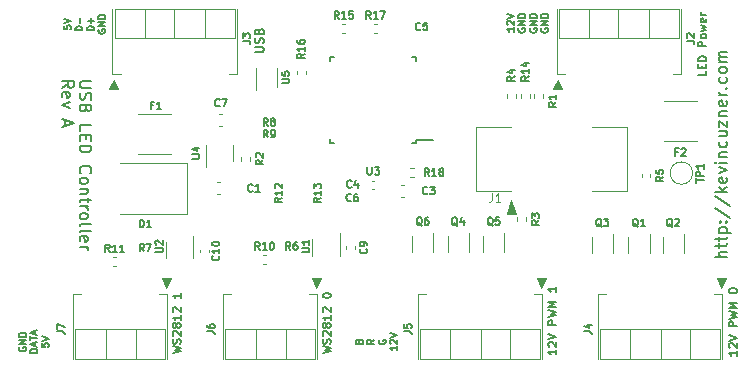
<source format=gbr>
%TF.GenerationSoftware,KiCad,Pcbnew,(6.0.6)*%
%TF.CreationDate,2022-08-13T21:50:17-05:00*%
%TF.ProjectId,usb-led-controller,7573622d-6c65-4642-9d63-6f6e74726f6c,rev?*%
%TF.SameCoordinates,Original*%
%TF.FileFunction,Legend,Top*%
%TF.FilePolarity,Positive*%
%FSLAX46Y46*%
G04 Gerber Fmt 4.6, Leading zero omitted, Abs format (unit mm)*
G04 Created by KiCad (PCBNEW (6.0.6)) date 2022-08-13 21:50:17*
%MOMM*%
%LPD*%
G01*
G04 APERTURE LIST*
%ADD10C,0.150000*%
%ADD11C,0.125000*%
%ADD12C,0.120000*%
%ADD13C,0.100000*%
G04 APERTURE END LIST*
D10*
X161808142Y-128357142D02*
X161836714Y-128271428D01*
X161865285Y-128242857D01*
X161922428Y-128214285D01*
X162008142Y-128214285D01*
X162065285Y-128242857D01*
X162093857Y-128271428D01*
X162122428Y-128328571D01*
X162122428Y-128557142D01*
X161522428Y-128557142D01*
X161522428Y-128357142D01*
X161551000Y-128300000D01*
X161579571Y-128271428D01*
X161636714Y-128242857D01*
X161693857Y-128242857D01*
X161751000Y-128271428D01*
X161779571Y-128300000D01*
X161808142Y-128357142D01*
X161808142Y-128557142D01*
X163088428Y-128214285D02*
X162802714Y-128414285D01*
X163088428Y-128557142D02*
X162488428Y-128557142D01*
X162488428Y-128328571D01*
X162517000Y-128271428D01*
X162545571Y-128242857D01*
X162602714Y-128214285D01*
X162688428Y-128214285D01*
X162745571Y-128242857D01*
X162774142Y-128271428D01*
X162802714Y-128328571D01*
X162802714Y-128557142D01*
X163483000Y-128242857D02*
X163454428Y-128300000D01*
X163454428Y-128385714D01*
X163483000Y-128471428D01*
X163540142Y-128528571D01*
X163597285Y-128557142D01*
X163711571Y-128585714D01*
X163797285Y-128585714D01*
X163911571Y-128557142D01*
X163968714Y-128528571D01*
X164025857Y-128471428D01*
X164054428Y-128385714D01*
X164054428Y-128328571D01*
X164025857Y-128242857D01*
X163997285Y-128214285D01*
X163797285Y-128214285D01*
X163797285Y-128328571D01*
X165020428Y-128771428D02*
X165020428Y-129114285D01*
X165020428Y-128942857D02*
X164420428Y-128942857D01*
X164506142Y-129000000D01*
X164563285Y-129057142D01*
X164591857Y-129114285D01*
X164477571Y-128542857D02*
X164449000Y-128514285D01*
X164420428Y-128457142D01*
X164420428Y-128314285D01*
X164449000Y-128257142D01*
X164477571Y-128228571D01*
X164534714Y-128200000D01*
X164591857Y-128200000D01*
X164677571Y-128228571D01*
X165020428Y-128571428D01*
X165020428Y-128200000D01*
X164420428Y-128028571D02*
X165020428Y-127828571D01*
X164420428Y-127628571D01*
X178516666Y-129050000D02*
X178516666Y-129450000D01*
X178516666Y-129250000D02*
X177816666Y-129250000D01*
X177916666Y-129316666D01*
X177983333Y-129383333D01*
X178016666Y-129450000D01*
X177883333Y-128783333D02*
X177850000Y-128750000D01*
X177816666Y-128683333D01*
X177816666Y-128516666D01*
X177850000Y-128450000D01*
X177883333Y-128416666D01*
X177950000Y-128383333D01*
X178016666Y-128383333D01*
X178116666Y-128416666D01*
X178516666Y-128816666D01*
X178516666Y-128383333D01*
X177816666Y-128183333D02*
X178516666Y-127950000D01*
X177816666Y-127716666D01*
X178516666Y-126950000D02*
X177816666Y-126950000D01*
X177816666Y-126683333D01*
X177850000Y-126616666D01*
X177883333Y-126583333D01*
X177950000Y-126550000D01*
X178050000Y-126550000D01*
X178116666Y-126583333D01*
X178150000Y-126616666D01*
X178183333Y-126683333D01*
X178183333Y-126950000D01*
X177816666Y-126316666D02*
X178516666Y-126150000D01*
X178016666Y-126016666D01*
X178516666Y-125883333D01*
X177816666Y-125716666D01*
X178516666Y-125450000D02*
X177816666Y-125450000D01*
X178316666Y-125216666D01*
X177816666Y-124983333D01*
X178516666Y-124983333D01*
X178516666Y-123750000D02*
X178516666Y-124150000D01*
X178516666Y-123950000D02*
X177816666Y-123950000D01*
X177916666Y-124016666D01*
X177983333Y-124083333D01*
X178016666Y-124150000D01*
X193816666Y-129150000D02*
X193816666Y-129550000D01*
X193816666Y-129350000D02*
X193116666Y-129350000D01*
X193216666Y-129416666D01*
X193283333Y-129483333D01*
X193316666Y-129550000D01*
X193183333Y-128883333D02*
X193150000Y-128850000D01*
X193116666Y-128783333D01*
X193116666Y-128616666D01*
X193150000Y-128550000D01*
X193183333Y-128516666D01*
X193250000Y-128483333D01*
X193316666Y-128483333D01*
X193416666Y-128516666D01*
X193816666Y-128916666D01*
X193816666Y-128483333D01*
X193116666Y-128283333D02*
X193816666Y-128050000D01*
X193116666Y-127816666D01*
X193816666Y-127050000D02*
X193116666Y-127050000D01*
X193116666Y-126783333D01*
X193150000Y-126716666D01*
X193183333Y-126683333D01*
X193250000Y-126650000D01*
X193350000Y-126650000D01*
X193416666Y-126683333D01*
X193450000Y-126716666D01*
X193483333Y-126783333D01*
X193483333Y-127050000D01*
X193116666Y-126416666D02*
X193816666Y-126250000D01*
X193316666Y-126116666D01*
X193816666Y-125983333D01*
X193116666Y-125816666D01*
X193816666Y-125550000D02*
X193116666Y-125550000D01*
X193616666Y-125316666D01*
X193116666Y-125083333D01*
X193816666Y-125083333D01*
X193116666Y-124083333D02*
X193116666Y-124016666D01*
X193150000Y-123950000D01*
X193183333Y-123916666D01*
X193250000Y-123883333D01*
X193383333Y-123850000D01*
X193550000Y-123850000D01*
X193683333Y-123883333D01*
X193750000Y-123916666D01*
X193783333Y-123950000D01*
X193816666Y-124016666D01*
X193816666Y-124083333D01*
X193783333Y-124150000D01*
X193750000Y-124183333D01*
X193683333Y-124216666D01*
X193550000Y-124250000D01*
X193383333Y-124250000D01*
X193250000Y-124216666D01*
X193183333Y-124183333D01*
X193150000Y-124150000D01*
X193116666Y-124083333D01*
X146016666Y-129366666D02*
X146716666Y-129200000D01*
X146216666Y-129066666D01*
X146716666Y-128933333D01*
X146016666Y-128766666D01*
X146683333Y-128533333D02*
X146716666Y-128433333D01*
X146716666Y-128266666D01*
X146683333Y-128200000D01*
X146650000Y-128166666D01*
X146583333Y-128133333D01*
X146516666Y-128133333D01*
X146450000Y-128166666D01*
X146416666Y-128200000D01*
X146383333Y-128266666D01*
X146350000Y-128400000D01*
X146316666Y-128466666D01*
X146283333Y-128500000D01*
X146216666Y-128533333D01*
X146150000Y-128533333D01*
X146083333Y-128500000D01*
X146050000Y-128466666D01*
X146016666Y-128400000D01*
X146016666Y-128233333D01*
X146050000Y-128133333D01*
X146083333Y-127866666D02*
X146050000Y-127833333D01*
X146016666Y-127766666D01*
X146016666Y-127600000D01*
X146050000Y-127533333D01*
X146083333Y-127500000D01*
X146150000Y-127466666D01*
X146216666Y-127466666D01*
X146316666Y-127500000D01*
X146716666Y-127900000D01*
X146716666Y-127466666D01*
X146316666Y-127066666D02*
X146283333Y-127133333D01*
X146250000Y-127166666D01*
X146183333Y-127200000D01*
X146150000Y-127200000D01*
X146083333Y-127166666D01*
X146050000Y-127133333D01*
X146016666Y-127066666D01*
X146016666Y-126933333D01*
X146050000Y-126866666D01*
X146083333Y-126833333D01*
X146150000Y-126800000D01*
X146183333Y-126800000D01*
X146250000Y-126833333D01*
X146283333Y-126866666D01*
X146316666Y-126933333D01*
X146316666Y-127066666D01*
X146350000Y-127133333D01*
X146383333Y-127166666D01*
X146450000Y-127200000D01*
X146583333Y-127200000D01*
X146650000Y-127166666D01*
X146683333Y-127133333D01*
X146716666Y-127066666D01*
X146716666Y-126933333D01*
X146683333Y-126866666D01*
X146650000Y-126833333D01*
X146583333Y-126800000D01*
X146450000Y-126800000D01*
X146383333Y-126833333D01*
X146350000Y-126866666D01*
X146316666Y-126933333D01*
X146716666Y-126133333D02*
X146716666Y-126533333D01*
X146716666Y-126333333D02*
X146016666Y-126333333D01*
X146116666Y-126400000D01*
X146183333Y-126466666D01*
X146216666Y-126533333D01*
X146083333Y-125866666D02*
X146050000Y-125833333D01*
X146016666Y-125766666D01*
X146016666Y-125600000D01*
X146050000Y-125533333D01*
X146083333Y-125500000D01*
X146150000Y-125466666D01*
X146216666Y-125466666D01*
X146316666Y-125500000D01*
X146716666Y-125900000D01*
X146716666Y-125466666D01*
X146716666Y-124266666D02*
X146716666Y-124666666D01*
X146716666Y-124466666D02*
X146016666Y-124466666D01*
X146116666Y-124533333D01*
X146183333Y-124600000D01*
X146216666Y-124666666D01*
X136647619Y-106890476D02*
X137123809Y-106557142D01*
X136647619Y-106319047D02*
X137647619Y-106319047D01*
X137647619Y-106700000D01*
X137600000Y-106795238D01*
X137552380Y-106842857D01*
X137457142Y-106890476D01*
X137314285Y-106890476D01*
X137219047Y-106842857D01*
X137171428Y-106795238D01*
X137123809Y-106700000D01*
X137123809Y-106319047D01*
X136695238Y-107700000D02*
X136647619Y-107604761D01*
X136647619Y-107414285D01*
X136695238Y-107319047D01*
X136790476Y-107271428D01*
X137171428Y-107271428D01*
X137266666Y-107319047D01*
X137314285Y-107414285D01*
X137314285Y-107604761D01*
X137266666Y-107700000D01*
X137171428Y-107747619D01*
X137076190Y-107747619D01*
X136980952Y-107271428D01*
X137314285Y-108080952D02*
X136647619Y-108319047D01*
X137314285Y-108557142D01*
X136933333Y-109652380D02*
X136933333Y-110128571D01*
X136647619Y-109557142D02*
X137647619Y-109890476D01*
X136647619Y-110223809D01*
X152989285Y-103846428D02*
X153596428Y-103846428D01*
X153667857Y-103810714D01*
X153703571Y-103775000D01*
X153739285Y-103703571D01*
X153739285Y-103560714D01*
X153703571Y-103489285D01*
X153667857Y-103453571D01*
X153596428Y-103417857D01*
X152989285Y-103417857D01*
X153703571Y-103096428D02*
X153739285Y-102989285D01*
X153739285Y-102810714D01*
X153703571Y-102739285D01*
X153667857Y-102703571D01*
X153596428Y-102667857D01*
X153525000Y-102667857D01*
X153453571Y-102703571D01*
X153417857Y-102739285D01*
X153382142Y-102810714D01*
X153346428Y-102953571D01*
X153310714Y-103025000D01*
X153275000Y-103060714D01*
X153203571Y-103096428D01*
X153132142Y-103096428D01*
X153060714Y-103060714D01*
X153025000Y-103025000D01*
X152989285Y-102953571D01*
X152989285Y-102775000D01*
X153025000Y-102667857D01*
X153346428Y-102096428D02*
X153382142Y-101989285D01*
X153417857Y-101953571D01*
X153489285Y-101917857D01*
X153596428Y-101917857D01*
X153667857Y-101953571D01*
X153703571Y-101989285D01*
X153739285Y-102060714D01*
X153739285Y-102346428D01*
X152989285Y-102346428D01*
X152989285Y-102096428D01*
X153025000Y-102025000D01*
X153060714Y-101989285D01*
X153132142Y-101953571D01*
X153203571Y-101953571D01*
X153275000Y-101989285D01*
X153310714Y-102025000D01*
X153346428Y-102096428D01*
X153346428Y-102346428D01*
X191216666Y-105466666D02*
X191216666Y-105800000D01*
X190516666Y-105800000D01*
X190850000Y-105233333D02*
X190850000Y-105000000D01*
X191216666Y-104900000D02*
X191216666Y-105233333D01*
X190516666Y-105233333D01*
X190516666Y-104900000D01*
X191216666Y-104600000D02*
X190516666Y-104600000D01*
X190516666Y-104433333D01*
X190550000Y-104333333D01*
X190616666Y-104266666D01*
X190683333Y-104233333D01*
X190816666Y-104200000D01*
X190916666Y-104200000D01*
X191050000Y-104233333D01*
X191116666Y-104266666D01*
X191183333Y-104333333D01*
X191216666Y-104433333D01*
X191216666Y-104600000D01*
X191216666Y-103366666D02*
X190516666Y-103366666D01*
X190516666Y-103100000D01*
X190550000Y-103033333D01*
X190583333Y-103000000D01*
X190650000Y-102966666D01*
X190750000Y-102966666D01*
X190816666Y-103000000D01*
X190850000Y-103033333D01*
X190883333Y-103100000D01*
X190883333Y-103366666D01*
X191216666Y-102566666D02*
X191183333Y-102633333D01*
X191150000Y-102666666D01*
X191083333Y-102700000D01*
X190883333Y-102700000D01*
X190816666Y-102666666D01*
X190783333Y-102633333D01*
X190750000Y-102566666D01*
X190750000Y-102466666D01*
X190783333Y-102400000D01*
X190816666Y-102366666D01*
X190883333Y-102333333D01*
X191083333Y-102333333D01*
X191150000Y-102366666D01*
X191183333Y-102400000D01*
X191216666Y-102466666D01*
X191216666Y-102566666D01*
X190750000Y-102100000D02*
X191216666Y-101966666D01*
X190883333Y-101833333D01*
X191216666Y-101700000D01*
X190750000Y-101566666D01*
X191183333Y-101033333D02*
X191216666Y-101100000D01*
X191216666Y-101233333D01*
X191183333Y-101300000D01*
X191116666Y-101333333D01*
X190850000Y-101333333D01*
X190783333Y-101300000D01*
X190750000Y-101233333D01*
X190750000Y-101100000D01*
X190783333Y-101033333D01*
X190850000Y-101000000D01*
X190916666Y-101000000D01*
X190983333Y-101333333D01*
X191216666Y-100700000D02*
X190750000Y-100700000D01*
X190883333Y-100700000D02*
X190816666Y-100666666D01*
X190783333Y-100633333D01*
X190750000Y-100566666D01*
X190750000Y-100500000D01*
X139147619Y-106304761D02*
X138338095Y-106304761D01*
X138242857Y-106352380D01*
X138195238Y-106400000D01*
X138147619Y-106495238D01*
X138147619Y-106685714D01*
X138195238Y-106780952D01*
X138242857Y-106828571D01*
X138338095Y-106876190D01*
X139147619Y-106876190D01*
X138195238Y-107304761D02*
X138147619Y-107447619D01*
X138147619Y-107685714D01*
X138195238Y-107780952D01*
X138242857Y-107828571D01*
X138338095Y-107876190D01*
X138433333Y-107876190D01*
X138528571Y-107828571D01*
X138576190Y-107780952D01*
X138623809Y-107685714D01*
X138671428Y-107495238D01*
X138719047Y-107400000D01*
X138766666Y-107352380D01*
X138861904Y-107304761D01*
X138957142Y-107304761D01*
X139052380Y-107352380D01*
X139100000Y-107400000D01*
X139147619Y-107495238D01*
X139147619Y-107733333D01*
X139100000Y-107876190D01*
X138671428Y-108638095D02*
X138623809Y-108780952D01*
X138576190Y-108828571D01*
X138480952Y-108876190D01*
X138338095Y-108876190D01*
X138242857Y-108828571D01*
X138195238Y-108780952D01*
X138147619Y-108685714D01*
X138147619Y-108304761D01*
X139147619Y-108304761D01*
X139147619Y-108638095D01*
X139100000Y-108733333D01*
X139052380Y-108780952D01*
X138957142Y-108828571D01*
X138861904Y-108828571D01*
X138766666Y-108780952D01*
X138719047Y-108733333D01*
X138671428Y-108638095D01*
X138671428Y-108304761D01*
X138147619Y-110542857D02*
X138147619Y-110066666D01*
X139147619Y-110066666D01*
X138671428Y-110876190D02*
X138671428Y-111209523D01*
X138147619Y-111352380D02*
X138147619Y-110876190D01*
X139147619Y-110876190D01*
X139147619Y-111352380D01*
X138147619Y-111780952D02*
X139147619Y-111780952D01*
X139147619Y-112019047D01*
X139100000Y-112161904D01*
X139004761Y-112257142D01*
X138909523Y-112304761D01*
X138719047Y-112352380D01*
X138576190Y-112352380D01*
X138385714Y-112304761D01*
X138290476Y-112257142D01*
X138195238Y-112161904D01*
X138147619Y-112019047D01*
X138147619Y-111780952D01*
X138242857Y-114114285D02*
X138195238Y-114066666D01*
X138147619Y-113923809D01*
X138147619Y-113828571D01*
X138195238Y-113685714D01*
X138290476Y-113590476D01*
X138385714Y-113542857D01*
X138576190Y-113495238D01*
X138719047Y-113495238D01*
X138909523Y-113542857D01*
X139004761Y-113590476D01*
X139100000Y-113685714D01*
X139147619Y-113828571D01*
X139147619Y-113923809D01*
X139100000Y-114066666D01*
X139052380Y-114114285D01*
X138147619Y-114685714D02*
X138195238Y-114590476D01*
X138242857Y-114542857D01*
X138338095Y-114495238D01*
X138623809Y-114495238D01*
X138719047Y-114542857D01*
X138766666Y-114590476D01*
X138814285Y-114685714D01*
X138814285Y-114828571D01*
X138766666Y-114923809D01*
X138719047Y-114971428D01*
X138623809Y-115019047D01*
X138338095Y-115019047D01*
X138242857Y-114971428D01*
X138195238Y-114923809D01*
X138147619Y-114828571D01*
X138147619Y-114685714D01*
X138814285Y-115447619D02*
X138147619Y-115447619D01*
X138719047Y-115447619D02*
X138766666Y-115495238D01*
X138814285Y-115590476D01*
X138814285Y-115733333D01*
X138766666Y-115828571D01*
X138671428Y-115876190D01*
X138147619Y-115876190D01*
X138814285Y-116209523D02*
X138814285Y-116590476D01*
X139147619Y-116352380D02*
X138290476Y-116352380D01*
X138195238Y-116400000D01*
X138147619Y-116495238D01*
X138147619Y-116590476D01*
X138147619Y-116923809D02*
X138814285Y-116923809D01*
X138623809Y-116923809D02*
X138719047Y-116971428D01*
X138766666Y-117019047D01*
X138814285Y-117114285D01*
X138814285Y-117209523D01*
X138147619Y-117685714D02*
X138195238Y-117590476D01*
X138242857Y-117542857D01*
X138338095Y-117495238D01*
X138623809Y-117495238D01*
X138719047Y-117542857D01*
X138766666Y-117590476D01*
X138814285Y-117685714D01*
X138814285Y-117828571D01*
X138766666Y-117923809D01*
X138719047Y-117971428D01*
X138623809Y-118019047D01*
X138338095Y-118019047D01*
X138242857Y-117971428D01*
X138195238Y-117923809D01*
X138147619Y-117828571D01*
X138147619Y-117685714D01*
X138147619Y-118590476D02*
X138195238Y-118495238D01*
X138290476Y-118447619D01*
X139147619Y-118447619D01*
X138147619Y-119114285D02*
X138195238Y-119019047D01*
X138290476Y-118971428D01*
X139147619Y-118971428D01*
X138195238Y-119876190D02*
X138147619Y-119780952D01*
X138147619Y-119590476D01*
X138195238Y-119495238D01*
X138290476Y-119447619D01*
X138671428Y-119447619D01*
X138766666Y-119495238D01*
X138814285Y-119590476D01*
X138814285Y-119780952D01*
X138766666Y-119876190D01*
X138671428Y-119923809D01*
X138576190Y-119923809D01*
X138480952Y-119447619D01*
X138147619Y-120352380D02*
X138814285Y-120352380D01*
X138623809Y-120352380D02*
X138719047Y-120400000D01*
X138766666Y-120447619D01*
X138814285Y-120542857D01*
X138814285Y-120638095D01*
X192952380Y-121190476D02*
X191952380Y-121190476D01*
X192952380Y-120761904D02*
X192428571Y-120761904D01*
X192333333Y-120809523D01*
X192285714Y-120904761D01*
X192285714Y-121047619D01*
X192333333Y-121142857D01*
X192380952Y-121190476D01*
X192285714Y-120428571D02*
X192285714Y-120047619D01*
X191952380Y-120285714D02*
X192809523Y-120285714D01*
X192904761Y-120238095D01*
X192952380Y-120142857D01*
X192952380Y-120047619D01*
X192285714Y-119857142D02*
X192285714Y-119476190D01*
X191952380Y-119714285D02*
X192809523Y-119714285D01*
X192904761Y-119666666D01*
X192952380Y-119571428D01*
X192952380Y-119476190D01*
X192285714Y-119142857D02*
X193285714Y-119142857D01*
X192333333Y-119142857D02*
X192285714Y-119047619D01*
X192285714Y-118857142D01*
X192333333Y-118761904D01*
X192380952Y-118714285D01*
X192476190Y-118666666D01*
X192761904Y-118666666D01*
X192857142Y-118714285D01*
X192904761Y-118761904D01*
X192952380Y-118857142D01*
X192952380Y-119047619D01*
X192904761Y-119142857D01*
X192857142Y-118238095D02*
X192904761Y-118190476D01*
X192952380Y-118238095D01*
X192904761Y-118285714D01*
X192857142Y-118238095D01*
X192952380Y-118238095D01*
X192333333Y-118238095D02*
X192380952Y-118190476D01*
X192428571Y-118238095D01*
X192380952Y-118285714D01*
X192333333Y-118238095D01*
X192428571Y-118238095D01*
X191904761Y-117047619D02*
X193190476Y-117904761D01*
X191904761Y-116000000D02*
X193190476Y-116857142D01*
X192952380Y-115666666D02*
X191952380Y-115666666D01*
X192571428Y-115571428D02*
X192952380Y-115285714D01*
X192285714Y-115285714D02*
X192666666Y-115666666D01*
X192904761Y-114476190D02*
X192952380Y-114571428D01*
X192952380Y-114761904D01*
X192904761Y-114857142D01*
X192809523Y-114904761D01*
X192428571Y-114904761D01*
X192333333Y-114857142D01*
X192285714Y-114761904D01*
X192285714Y-114571428D01*
X192333333Y-114476190D01*
X192428571Y-114428571D01*
X192523809Y-114428571D01*
X192619047Y-114904761D01*
X192285714Y-114095238D02*
X192952380Y-113857142D01*
X192285714Y-113619047D01*
X192952380Y-113238095D02*
X192285714Y-113238095D01*
X191952380Y-113238095D02*
X192000000Y-113285714D01*
X192047619Y-113238095D01*
X192000000Y-113190476D01*
X191952380Y-113238095D01*
X192047619Y-113238095D01*
X192285714Y-112761904D02*
X192952380Y-112761904D01*
X192380952Y-112761904D02*
X192333333Y-112714285D01*
X192285714Y-112619047D01*
X192285714Y-112476190D01*
X192333333Y-112380952D01*
X192428571Y-112333333D01*
X192952380Y-112333333D01*
X192904761Y-111428571D02*
X192952380Y-111523809D01*
X192952380Y-111714285D01*
X192904761Y-111809523D01*
X192857142Y-111857142D01*
X192761904Y-111904761D01*
X192476190Y-111904761D01*
X192380952Y-111857142D01*
X192333333Y-111809523D01*
X192285714Y-111714285D01*
X192285714Y-111523809D01*
X192333333Y-111428571D01*
X192285714Y-110571428D02*
X192952380Y-110571428D01*
X192285714Y-111000000D02*
X192809523Y-111000000D01*
X192904761Y-110952380D01*
X192952380Y-110857142D01*
X192952380Y-110714285D01*
X192904761Y-110619047D01*
X192857142Y-110571428D01*
X192285714Y-110190476D02*
X192285714Y-109666666D01*
X192952380Y-110190476D01*
X192952380Y-109666666D01*
X192285714Y-109285714D02*
X192952380Y-109285714D01*
X192380952Y-109285714D02*
X192333333Y-109238095D01*
X192285714Y-109142857D01*
X192285714Y-109000000D01*
X192333333Y-108904761D01*
X192428571Y-108857142D01*
X192952380Y-108857142D01*
X192904761Y-108000000D02*
X192952380Y-108095238D01*
X192952380Y-108285714D01*
X192904761Y-108380952D01*
X192809523Y-108428571D01*
X192428571Y-108428571D01*
X192333333Y-108380952D01*
X192285714Y-108285714D01*
X192285714Y-108095238D01*
X192333333Y-108000000D01*
X192428571Y-107952380D01*
X192523809Y-107952380D01*
X192619047Y-108428571D01*
X192952380Y-107523809D02*
X192285714Y-107523809D01*
X192476190Y-107523809D02*
X192380952Y-107476190D01*
X192333333Y-107428571D01*
X192285714Y-107333333D01*
X192285714Y-107238095D01*
X192857142Y-106904761D02*
X192904761Y-106857142D01*
X192952380Y-106904761D01*
X192904761Y-106952380D01*
X192857142Y-106904761D01*
X192952380Y-106904761D01*
X192904761Y-106000000D02*
X192952380Y-106095238D01*
X192952380Y-106285714D01*
X192904761Y-106380952D01*
X192857142Y-106428571D01*
X192761904Y-106476190D01*
X192476190Y-106476190D01*
X192380952Y-106428571D01*
X192333333Y-106380952D01*
X192285714Y-106285714D01*
X192285714Y-106095238D01*
X192333333Y-106000000D01*
X192952380Y-105428571D02*
X192904761Y-105523809D01*
X192857142Y-105571428D01*
X192761904Y-105619047D01*
X192476190Y-105619047D01*
X192380952Y-105571428D01*
X192333333Y-105523809D01*
X192285714Y-105428571D01*
X192285714Y-105285714D01*
X192333333Y-105190476D01*
X192380952Y-105142857D01*
X192476190Y-105095238D01*
X192761904Y-105095238D01*
X192857142Y-105142857D01*
X192904761Y-105190476D01*
X192952380Y-105285714D01*
X192952380Y-105428571D01*
X192952380Y-104666666D02*
X192285714Y-104666666D01*
X192380952Y-104666666D02*
X192333333Y-104619047D01*
X192285714Y-104523809D01*
X192285714Y-104380952D01*
X192333333Y-104285714D01*
X192428571Y-104238095D01*
X192952380Y-104238095D01*
X192428571Y-104238095D02*
X192333333Y-104190476D01*
X192285714Y-104095238D01*
X192285714Y-103952380D01*
X192333333Y-103857142D01*
X192428571Y-103809523D01*
X192952380Y-103809523D01*
X158716666Y-129366666D02*
X159416666Y-129200000D01*
X158916666Y-129066666D01*
X159416666Y-128933333D01*
X158716666Y-128766666D01*
X159383333Y-128533333D02*
X159416666Y-128433333D01*
X159416666Y-128266666D01*
X159383333Y-128200000D01*
X159350000Y-128166666D01*
X159283333Y-128133333D01*
X159216666Y-128133333D01*
X159150000Y-128166666D01*
X159116666Y-128200000D01*
X159083333Y-128266666D01*
X159050000Y-128400000D01*
X159016666Y-128466666D01*
X158983333Y-128500000D01*
X158916666Y-128533333D01*
X158850000Y-128533333D01*
X158783333Y-128500000D01*
X158750000Y-128466666D01*
X158716666Y-128400000D01*
X158716666Y-128233333D01*
X158750000Y-128133333D01*
X158783333Y-127866666D02*
X158750000Y-127833333D01*
X158716666Y-127766666D01*
X158716666Y-127600000D01*
X158750000Y-127533333D01*
X158783333Y-127500000D01*
X158850000Y-127466666D01*
X158916666Y-127466666D01*
X159016666Y-127500000D01*
X159416666Y-127900000D01*
X159416666Y-127466666D01*
X159016666Y-127066666D02*
X158983333Y-127133333D01*
X158950000Y-127166666D01*
X158883333Y-127200000D01*
X158850000Y-127200000D01*
X158783333Y-127166666D01*
X158750000Y-127133333D01*
X158716666Y-127066666D01*
X158716666Y-126933333D01*
X158750000Y-126866666D01*
X158783333Y-126833333D01*
X158850000Y-126800000D01*
X158883333Y-126800000D01*
X158950000Y-126833333D01*
X158983333Y-126866666D01*
X159016666Y-126933333D01*
X159016666Y-127066666D01*
X159050000Y-127133333D01*
X159083333Y-127166666D01*
X159150000Y-127200000D01*
X159283333Y-127200000D01*
X159350000Y-127166666D01*
X159383333Y-127133333D01*
X159416666Y-127066666D01*
X159416666Y-126933333D01*
X159383333Y-126866666D01*
X159350000Y-126833333D01*
X159283333Y-126800000D01*
X159150000Y-126800000D01*
X159083333Y-126833333D01*
X159050000Y-126866666D01*
X159016666Y-126933333D01*
X159416666Y-126133333D02*
X159416666Y-126533333D01*
X159416666Y-126333333D02*
X158716666Y-126333333D01*
X158816666Y-126400000D01*
X158883333Y-126466666D01*
X158916666Y-126533333D01*
X158783333Y-125866666D02*
X158750000Y-125833333D01*
X158716666Y-125766666D01*
X158716666Y-125600000D01*
X158750000Y-125533333D01*
X158783333Y-125500000D01*
X158850000Y-125466666D01*
X158916666Y-125466666D01*
X159016666Y-125500000D01*
X159416666Y-125900000D01*
X159416666Y-125466666D01*
X158716666Y-124500000D02*
X158716666Y-124433333D01*
X158750000Y-124366666D01*
X158783333Y-124333333D01*
X158850000Y-124300000D01*
X158983333Y-124266666D01*
X159150000Y-124266666D01*
X159283333Y-124300000D01*
X159350000Y-124333333D01*
X159383333Y-124366666D01*
X159416666Y-124433333D01*
X159416666Y-124500000D01*
X159383333Y-124566666D01*
X159350000Y-124600000D01*
X159283333Y-124633333D01*
X159150000Y-124666666D01*
X158983333Y-124666666D01*
X158850000Y-124633333D01*
X158783333Y-124600000D01*
X158750000Y-124566666D01*
X158716666Y-124500000D01*
X136822428Y-101614285D02*
X136822428Y-101900000D01*
X137108142Y-101928571D01*
X137079571Y-101900000D01*
X137051000Y-101842857D01*
X137051000Y-101700000D01*
X137079571Y-101642857D01*
X137108142Y-101614285D01*
X137165285Y-101585714D01*
X137308142Y-101585714D01*
X137365285Y-101614285D01*
X137393857Y-101642857D01*
X137422428Y-101700000D01*
X137422428Y-101842857D01*
X137393857Y-101900000D01*
X137365285Y-101928571D01*
X136822428Y-101414285D02*
X137422428Y-101214285D01*
X136822428Y-101014285D01*
X138388428Y-102028571D02*
X137788428Y-102028571D01*
X137788428Y-101885714D01*
X137817000Y-101800000D01*
X137874142Y-101742857D01*
X137931285Y-101714285D01*
X138045571Y-101685714D01*
X138131285Y-101685714D01*
X138245571Y-101714285D01*
X138302714Y-101742857D01*
X138359857Y-101800000D01*
X138388428Y-101885714D01*
X138388428Y-102028571D01*
X138159857Y-101428571D02*
X138159857Y-100971428D01*
X139354428Y-102028571D02*
X138754428Y-102028571D01*
X138754428Y-101885714D01*
X138783000Y-101800000D01*
X138840142Y-101742857D01*
X138897285Y-101714285D01*
X139011571Y-101685714D01*
X139097285Y-101685714D01*
X139211571Y-101714285D01*
X139268714Y-101742857D01*
X139325857Y-101800000D01*
X139354428Y-101885714D01*
X139354428Y-102028571D01*
X139125857Y-101428571D02*
X139125857Y-100971428D01*
X139354428Y-101200000D02*
X138897285Y-101200000D01*
X139749000Y-101957142D02*
X139720428Y-102014285D01*
X139720428Y-102100000D01*
X139749000Y-102185714D01*
X139806142Y-102242857D01*
X139863285Y-102271428D01*
X139977571Y-102300000D01*
X140063285Y-102300000D01*
X140177571Y-102271428D01*
X140234714Y-102242857D01*
X140291857Y-102185714D01*
X140320428Y-102100000D01*
X140320428Y-102042857D01*
X140291857Y-101957142D01*
X140263285Y-101928571D01*
X140063285Y-101928571D01*
X140063285Y-102042857D01*
X140320428Y-101671428D02*
X139720428Y-101671428D01*
X140320428Y-101328571D01*
X139720428Y-101328571D01*
X140320428Y-101042857D02*
X139720428Y-101042857D01*
X139720428Y-100900000D01*
X139749000Y-100814285D01*
X139806142Y-100757142D01*
X139863285Y-100728571D01*
X139977571Y-100700000D01*
X140063285Y-100700000D01*
X140177571Y-100728571D01*
X140234714Y-100757142D01*
X140291857Y-100814285D01*
X140320428Y-100900000D01*
X140320428Y-101042857D01*
X133034000Y-128857142D02*
X133005428Y-128914285D01*
X133005428Y-129000000D01*
X133034000Y-129085714D01*
X133091142Y-129142857D01*
X133148285Y-129171428D01*
X133262571Y-129200000D01*
X133348285Y-129200000D01*
X133462571Y-129171428D01*
X133519714Y-129142857D01*
X133576857Y-129085714D01*
X133605428Y-129000000D01*
X133605428Y-128942857D01*
X133576857Y-128857142D01*
X133548285Y-128828571D01*
X133348285Y-128828571D01*
X133348285Y-128942857D01*
X133605428Y-128571428D02*
X133005428Y-128571428D01*
X133605428Y-128228571D01*
X133005428Y-128228571D01*
X133605428Y-127942857D02*
X133005428Y-127942857D01*
X133005428Y-127800000D01*
X133034000Y-127714285D01*
X133091142Y-127657142D01*
X133148285Y-127628571D01*
X133262571Y-127600000D01*
X133348285Y-127600000D01*
X133462571Y-127628571D01*
X133519714Y-127657142D01*
X133576857Y-127714285D01*
X133605428Y-127800000D01*
X133605428Y-127942857D01*
X134571428Y-129300000D02*
X133971428Y-129300000D01*
X133971428Y-129157142D01*
X134000000Y-129071428D01*
X134057142Y-129014285D01*
X134114285Y-128985714D01*
X134228571Y-128957142D01*
X134314285Y-128957142D01*
X134428571Y-128985714D01*
X134485714Y-129014285D01*
X134542857Y-129071428D01*
X134571428Y-129157142D01*
X134571428Y-129300000D01*
X134400000Y-128728571D02*
X134400000Y-128442857D01*
X134571428Y-128785714D02*
X133971428Y-128585714D01*
X134571428Y-128385714D01*
X133971428Y-128271428D02*
X133971428Y-127928571D01*
X134571428Y-128100000D02*
X133971428Y-128100000D01*
X134400000Y-127757142D02*
X134400000Y-127471428D01*
X134571428Y-127814285D02*
X133971428Y-127614285D01*
X134571428Y-127414285D01*
X134937428Y-128514285D02*
X134937428Y-128800000D01*
X135223142Y-128828571D01*
X135194571Y-128800000D01*
X135166000Y-128742857D01*
X135166000Y-128600000D01*
X135194571Y-128542857D01*
X135223142Y-128514285D01*
X135280285Y-128485714D01*
X135423142Y-128485714D01*
X135480285Y-128514285D01*
X135508857Y-128542857D01*
X135537428Y-128600000D01*
X135537428Y-128742857D01*
X135508857Y-128800000D01*
X135480285Y-128828571D01*
X134937428Y-128314285D02*
X135537428Y-128114285D01*
X134937428Y-127914285D01*
X174922428Y-101771428D02*
X174922428Y-102114285D01*
X174922428Y-101942857D02*
X174322428Y-101942857D01*
X174408142Y-102000000D01*
X174465285Y-102057142D01*
X174493857Y-102114285D01*
X174379571Y-101542857D02*
X174351000Y-101514285D01*
X174322428Y-101457142D01*
X174322428Y-101314285D01*
X174351000Y-101257142D01*
X174379571Y-101228571D01*
X174436714Y-101200000D01*
X174493857Y-101200000D01*
X174579571Y-101228571D01*
X174922428Y-101571428D01*
X174922428Y-101200000D01*
X174322428Y-101028571D02*
X174922428Y-100828571D01*
X174322428Y-100628571D01*
X175317000Y-101857142D02*
X175288428Y-101914285D01*
X175288428Y-102000000D01*
X175317000Y-102085714D01*
X175374142Y-102142857D01*
X175431285Y-102171428D01*
X175545571Y-102200000D01*
X175631285Y-102200000D01*
X175745571Y-102171428D01*
X175802714Y-102142857D01*
X175859857Y-102085714D01*
X175888428Y-102000000D01*
X175888428Y-101942857D01*
X175859857Y-101857142D01*
X175831285Y-101828571D01*
X175631285Y-101828571D01*
X175631285Y-101942857D01*
X175888428Y-101571428D02*
X175288428Y-101571428D01*
X175888428Y-101228571D01*
X175288428Y-101228571D01*
X175888428Y-100942857D02*
X175288428Y-100942857D01*
X175288428Y-100800000D01*
X175317000Y-100714285D01*
X175374142Y-100657142D01*
X175431285Y-100628571D01*
X175545571Y-100600000D01*
X175631285Y-100600000D01*
X175745571Y-100628571D01*
X175802714Y-100657142D01*
X175859857Y-100714285D01*
X175888428Y-100800000D01*
X175888428Y-100942857D01*
X176283000Y-101857142D02*
X176254428Y-101914285D01*
X176254428Y-102000000D01*
X176283000Y-102085714D01*
X176340142Y-102142857D01*
X176397285Y-102171428D01*
X176511571Y-102200000D01*
X176597285Y-102200000D01*
X176711571Y-102171428D01*
X176768714Y-102142857D01*
X176825857Y-102085714D01*
X176854428Y-102000000D01*
X176854428Y-101942857D01*
X176825857Y-101857142D01*
X176797285Y-101828571D01*
X176597285Y-101828571D01*
X176597285Y-101942857D01*
X176854428Y-101571428D02*
X176254428Y-101571428D01*
X176854428Y-101228571D01*
X176254428Y-101228571D01*
X176854428Y-100942857D02*
X176254428Y-100942857D01*
X176254428Y-100800000D01*
X176283000Y-100714285D01*
X176340142Y-100657142D01*
X176397285Y-100628571D01*
X176511571Y-100600000D01*
X176597285Y-100600000D01*
X176711571Y-100628571D01*
X176768714Y-100657142D01*
X176825857Y-100714285D01*
X176854428Y-100800000D01*
X176854428Y-100942857D01*
X177249000Y-101857142D02*
X177220428Y-101914285D01*
X177220428Y-102000000D01*
X177249000Y-102085714D01*
X177306142Y-102142857D01*
X177363285Y-102171428D01*
X177477571Y-102200000D01*
X177563285Y-102200000D01*
X177677571Y-102171428D01*
X177734714Y-102142857D01*
X177791857Y-102085714D01*
X177820428Y-102000000D01*
X177820428Y-101942857D01*
X177791857Y-101857142D01*
X177763285Y-101828571D01*
X177563285Y-101828571D01*
X177563285Y-101942857D01*
X177820428Y-101571428D02*
X177220428Y-101571428D01*
X177820428Y-101228571D01*
X177220428Y-101228571D01*
X177820428Y-100942857D02*
X177220428Y-100942857D01*
X177220428Y-100800000D01*
X177249000Y-100714285D01*
X177306142Y-100657142D01*
X177363285Y-100628571D01*
X177477571Y-100600000D01*
X177563285Y-100600000D01*
X177677571Y-100628571D01*
X177734714Y-100657142D01*
X177791857Y-100714285D01*
X177820428Y-100800000D01*
X177820428Y-100942857D01*
%TO.C,C4*%
X161174166Y-115276785D02*
X161143928Y-115307023D01*
X161053214Y-115337261D01*
X160992738Y-115337261D01*
X160902023Y-115307023D01*
X160841547Y-115246547D01*
X160811309Y-115186071D01*
X160781071Y-115065119D01*
X160781071Y-114974404D01*
X160811309Y-114853452D01*
X160841547Y-114792976D01*
X160902023Y-114732500D01*
X160992738Y-114702261D01*
X161053214Y-114702261D01*
X161143928Y-114732500D01*
X161174166Y-114762738D01*
X161718452Y-114913928D02*
X161718452Y-115337261D01*
X161567261Y-114672023D02*
X161416071Y-115125595D01*
X161809166Y-115125595D01*
%TO.C,J2*%
X189548261Y-102911666D02*
X190001833Y-102911666D01*
X190092547Y-102941904D01*
X190153023Y-103002380D01*
X190183261Y-103093095D01*
X190183261Y-103153571D01*
X189608738Y-102639523D02*
X189578500Y-102609285D01*
X189548261Y-102548809D01*
X189548261Y-102397619D01*
X189578500Y-102337142D01*
X189608738Y-102306904D01*
X189669214Y-102276666D01*
X189729690Y-102276666D01*
X189820404Y-102306904D01*
X190183261Y-102669761D01*
X190183261Y-102276666D01*
%TO.C,R6*%
X155994166Y-120587261D02*
X155782500Y-120284880D01*
X155631309Y-120587261D02*
X155631309Y-119952261D01*
X155873214Y-119952261D01*
X155933690Y-119982500D01*
X155963928Y-120012738D01*
X155994166Y-120073214D01*
X155994166Y-120163928D01*
X155963928Y-120224404D01*
X155933690Y-120254642D01*
X155873214Y-120284880D01*
X155631309Y-120284880D01*
X156538452Y-119952261D02*
X156417500Y-119952261D01*
X156357023Y-119982500D01*
X156326785Y-120012738D01*
X156266309Y-120103452D01*
X156236071Y-120224404D01*
X156236071Y-120466309D01*
X156266309Y-120526785D01*
X156296547Y-120557023D01*
X156357023Y-120587261D01*
X156477976Y-120587261D01*
X156538452Y-120557023D01*
X156568690Y-120526785D01*
X156598928Y-120466309D01*
X156598928Y-120315119D01*
X156568690Y-120254642D01*
X156538452Y-120224404D01*
X156477976Y-120194166D01*
X156357023Y-120194166D01*
X156296547Y-120224404D01*
X156266309Y-120254642D01*
X156236071Y-120315119D01*
%TO.C,R7*%
X143594166Y-120717261D02*
X143382500Y-120414880D01*
X143231309Y-120717261D02*
X143231309Y-120082261D01*
X143473214Y-120082261D01*
X143533690Y-120112500D01*
X143563928Y-120142738D01*
X143594166Y-120203214D01*
X143594166Y-120293928D01*
X143563928Y-120354404D01*
X143533690Y-120384642D01*
X143473214Y-120414880D01*
X143231309Y-120414880D01*
X143805833Y-120082261D02*
X144229166Y-120082261D01*
X143957023Y-120717261D01*
%TO.C,U1*%
X156952261Y-120783809D02*
X157466309Y-120783809D01*
X157526785Y-120753571D01*
X157557023Y-120723333D01*
X157587261Y-120662857D01*
X157587261Y-120541904D01*
X157557023Y-120481428D01*
X157526785Y-120451190D01*
X157466309Y-120420952D01*
X156952261Y-120420952D01*
X157587261Y-119785952D02*
X157587261Y-120148809D01*
X157587261Y-119967380D02*
X156952261Y-119967380D01*
X157042976Y-120027857D01*
X157103452Y-120088333D01*
X157133690Y-120148809D01*
%TO.C,U2*%
X144552261Y-120783809D02*
X145066309Y-120783809D01*
X145126785Y-120753571D01*
X145157023Y-120723333D01*
X145187261Y-120662857D01*
X145187261Y-120541904D01*
X145157023Y-120481428D01*
X145126785Y-120451190D01*
X145066309Y-120420952D01*
X144552261Y-120420952D01*
X144612738Y-120148809D02*
X144582500Y-120118571D01*
X144552261Y-120058095D01*
X144552261Y-119906904D01*
X144582500Y-119846428D01*
X144612738Y-119816190D01*
X144673214Y-119785952D01*
X144733690Y-119785952D01*
X144824404Y-119816190D01*
X145187261Y-120179047D01*
X145187261Y-119785952D01*
%TO.C,U5*%
X155252261Y-106483809D02*
X155766309Y-106483809D01*
X155826785Y-106453571D01*
X155857023Y-106423333D01*
X155887261Y-106362857D01*
X155887261Y-106241904D01*
X155857023Y-106181428D01*
X155826785Y-106151190D01*
X155766309Y-106120952D01*
X155252261Y-106120952D01*
X155252261Y-105516190D02*
X155252261Y-105818571D01*
X155554642Y-105848809D01*
X155524404Y-105818571D01*
X155494166Y-105758095D01*
X155494166Y-105606904D01*
X155524404Y-105546428D01*
X155554642Y-105516190D01*
X155615119Y-105485952D01*
X155766309Y-105485952D01*
X155826785Y-105516190D01*
X155857023Y-105546428D01*
X155887261Y-105606904D01*
X155887261Y-105758095D01*
X155857023Y-105818571D01*
X155826785Y-105848809D01*
%TO.C,C9*%
X162426785Y-120505833D02*
X162457023Y-120536071D01*
X162487261Y-120626785D01*
X162487261Y-120687261D01*
X162457023Y-120777976D01*
X162396547Y-120838452D01*
X162336071Y-120868690D01*
X162215119Y-120898928D01*
X162124404Y-120898928D01*
X162003452Y-120868690D01*
X161942976Y-120838452D01*
X161882500Y-120777976D01*
X161852261Y-120687261D01*
X161852261Y-120626785D01*
X161882500Y-120536071D01*
X161912738Y-120505833D01*
X162487261Y-120203452D02*
X162487261Y-120082500D01*
X162457023Y-120022023D01*
X162426785Y-119991785D01*
X162336071Y-119931309D01*
X162215119Y-119901071D01*
X161973214Y-119901071D01*
X161912738Y-119931309D01*
X161882500Y-119961547D01*
X161852261Y-120022023D01*
X161852261Y-120142976D01*
X161882500Y-120203452D01*
X161912738Y-120233690D01*
X161973214Y-120263928D01*
X162124404Y-120263928D01*
X162184880Y-120233690D01*
X162215119Y-120203452D01*
X162245357Y-120142976D01*
X162245357Y-120022023D01*
X162215119Y-119961547D01*
X162184880Y-119931309D01*
X162124404Y-119901071D01*
%TO.C,C10*%
X149926785Y-121108214D02*
X149957023Y-121138452D01*
X149987261Y-121229166D01*
X149987261Y-121289642D01*
X149957023Y-121380357D01*
X149896547Y-121440833D01*
X149836071Y-121471071D01*
X149715119Y-121501309D01*
X149624404Y-121501309D01*
X149503452Y-121471071D01*
X149442976Y-121440833D01*
X149382500Y-121380357D01*
X149352261Y-121289642D01*
X149352261Y-121229166D01*
X149382500Y-121138452D01*
X149412738Y-121108214D01*
X149987261Y-120503452D02*
X149987261Y-120866309D01*
X149987261Y-120684880D02*
X149352261Y-120684880D01*
X149442976Y-120745357D01*
X149503452Y-120805833D01*
X149533690Y-120866309D01*
X149352261Y-120110357D02*
X149352261Y-120049880D01*
X149382500Y-119989404D01*
X149412738Y-119959166D01*
X149473214Y-119928928D01*
X149594166Y-119898690D01*
X149745357Y-119898690D01*
X149866309Y-119928928D01*
X149926785Y-119959166D01*
X149957023Y-119989404D01*
X149987261Y-120049880D01*
X149987261Y-120110357D01*
X149957023Y-120170833D01*
X149926785Y-120201071D01*
X149866309Y-120231309D01*
X149745357Y-120261547D01*
X149594166Y-120261547D01*
X149473214Y-120231309D01*
X149412738Y-120201071D01*
X149382500Y-120170833D01*
X149352261Y-120110357D01*
%TO.C,R10*%
X153391785Y-120587261D02*
X153180119Y-120284880D01*
X153028928Y-120587261D02*
X153028928Y-119952261D01*
X153270833Y-119952261D01*
X153331309Y-119982500D01*
X153361547Y-120012738D01*
X153391785Y-120073214D01*
X153391785Y-120163928D01*
X153361547Y-120224404D01*
X153331309Y-120254642D01*
X153270833Y-120284880D01*
X153028928Y-120284880D01*
X153996547Y-120587261D02*
X153633690Y-120587261D01*
X153815119Y-120587261D02*
X153815119Y-119952261D01*
X153754642Y-120042976D01*
X153694166Y-120103452D01*
X153633690Y-120133690D01*
X154389642Y-119952261D02*
X154450119Y-119952261D01*
X154510595Y-119982500D01*
X154540833Y-120012738D01*
X154571071Y-120073214D01*
X154601309Y-120194166D01*
X154601309Y-120345357D01*
X154571071Y-120466309D01*
X154540833Y-120526785D01*
X154510595Y-120557023D01*
X154450119Y-120587261D01*
X154389642Y-120587261D01*
X154329166Y-120557023D01*
X154298928Y-120526785D01*
X154268690Y-120466309D01*
X154238452Y-120345357D01*
X154238452Y-120194166D01*
X154268690Y-120073214D01*
X154298928Y-120012738D01*
X154329166Y-119982500D01*
X154389642Y-119952261D01*
%TO.C,R11*%
X140681785Y-120787261D02*
X140470119Y-120484880D01*
X140318928Y-120787261D02*
X140318928Y-120152261D01*
X140560833Y-120152261D01*
X140621309Y-120182500D01*
X140651547Y-120212738D01*
X140681785Y-120273214D01*
X140681785Y-120363928D01*
X140651547Y-120424404D01*
X140621309Y-120454642D01*
X140560833Y-120484880D01*
X140318928Y-120484880D01*
X141286547Y-120787261D02*
X140923690Y-120787261D01*
X141105119Y-120787261D02*
X141105119Y-120152261D01*
X141044642Y-120242976D01*
X140984166Y-120303452D01*
X140923690Y-120333690D01*
X141891309Y-120787261D02*
X141528452Y-120787261D01*
X141709880Y-120787261D02*
X141709880Y-120152261D01*
X141649404Y-120242976D01*
X141588928Y-120303452D01*
X141528452Y-120333690D01*
%TO.C,J3*%
X151948261Y-102911666D02*
X152401833Y-102911666D01*
X152492547Y-102941904D01*
X152553023Y-103002380D01*
X152583261Y-103093095D01*
X152583261Y-103153571D01*
X151948261Y-102669761D02*
X151948261Y-102276666D01*
X152190166Y-102488333D01*
X152190166Y-102397619D01*
X152220404Y-102337142D01*
X152250642Y-102306904D01*
X152311119Y-102276666D01*
X152462309Y-102276666D01*
X152522785Y-102306904D01*
X152553023Y-102337142D01*
X152583261Y-102397619D01*
X152583261Y-102579047D01*
X152553023Y-102639523D01*
X152522785Y-102669761D01*
%TO.C,D1*%
X143231309Y-118687261D02*
X143231309Y-118052261D01*
X143382500Y-118052261D01*
X143473214Y-118082500D01*
X143533690Y-118142976D01*
X143563928Y-118203452D01*
X143594166Y-118324404D01*
X143594166Y-118415119D01*
X143563928Y-118536071D01*
X143533690Y-118596547D01*
X143473214Y-118657023D01*
X143382500Y-118687261D01*
X143231309Y-118687261D01*
X144198928Y-118687261D02*
X143836071Y-118687261D01*
X144017500Y-118687261D02*
X144017500Y-118052261D01*
X143957023Y-118142976D01*
X143896547Y-118203452D01*
X143836071Y-118233690D01*
%TO.C,F1*%
X144388333Y-108354642D02*
X144176666Y-108354642D01*
X144176666Y-108687261D02*
X144176666Y-108052261D01*
X144479047Y-108052261D01*
X145053571Y-108687261D02*
X144690714Y-108687261D01*
X144872142Y-108687261D02*
X144872142Y-108052261D01*
X144811666Y-108142976D01*
X144751190Y-108203452D01*
X144690714Y-108233690D01*
%TO.C,F2*%
X188788333Y-112304642D02*
X188576666Y-112304642D01*
X188576666Y-112637261D02*
X188576666Y-112002261D01*
X188879047Y-112002261D01*
X189090714Y-112062738D02*
X189120952Y-112032500D01*
X189181428Y-112002261D01*
X189332619Y-112002261D01*
X189393095Y-112032500D01*
X189423333Y-112062738D01*
X189453571Y-112123214D01*
X189453571Y-112183690D01*
X189423333Y-112274404D01*
X189060476Y-112637261D01*
X189453571Y-112637261D01*
%TO.C,Q2*%
X188339523Y-118647738D02*
X188279047Y-118617500D01*
X188218571Y-118557023D01*
X188127857Y-118466309D01*
X188067380Y-118436071D01*
X188006904Y-118436071D01*
X188037142Y-118587261D02*
X187976666Y-118557023D01*
X187916190Y-118496547D01*
X187885952Y-118375595D01*
X187885952Y-118163928D01*
X187916190Y-118042976D01*
X187976666Y-117982500D01*
X188037142Y-117952261D01*
X188158095Y-117952261D01*
X188218571Y-117982500D01*
X188279047Y-118042976D01*
X188309285Y-118163928D01*
X188309285Y-118375595D01*
X188279047Y-118496547D01*
X188218571Y-118557023D01*
X188158095Y-118587261D01*
X188037142Y-118587261D01*
X188551190Y-118012738D02*
X188581428Y-117982500D01*
X188641904Y-117952261D01*
X188793095Y-117952261D01*
X188853571Y-117982500D01*
X188883809Y-118012738D01*
X188914047Y-118073214D01*
X188914047Y-118133690D01*
X188883809Y-118224404D01*
X188520952Y-118587261D01*
X188914047Y-118587261D01*
%TO.C,Q1*%
X185439523Y-118647738D02*
X185379047Y-118617500D01*
X185318571Y-118557023D01*
X185227857Y-118466309D01*
X185167380Y-118436071D01*
X185106904Y-118436071D01*
X185137142Y-118587261D02*
X185076666Y-118557023D01*
X185016190Y-118496547D01*
X184985952Y-118375595D01*
X184985952Y-118163928D01*
X185016190Y-118042976D01*
X185076666Y-117982500D01*
X185137142Y-117952261D01*
X185258095Y-117952261D01*
X185318571Y-117982500D01*
X185379047Y-118042976D01*
X185409285Y-118163928D01*
X185409285Y-118375595D01*
X185379047Y-118496547D01*
X185318571Y-118557023D01*
X185258095Y-118587261D01*
X185137142Y-118587261D01*
X186014047Y-118587261D02*
X185651190Y-118587261D01*
X185832619Y-118587261D02*
X185832619Y-117952261D01*
X185772142Y-118042976D01*
X185711666Y-118103452D01*
X185651190Y-118133690D01*
%TO.C,Q6*%
X167139523Y-118547738D02*
X167079047Y-118517500D01*
X167018571Y-118457023D01*
X166927857Y-118366309D01*
X166867380Y-118336071D01*
X166806904Y-118336071D01*
X166837142Y-118487261D02*
X166776666Y-118457023D01*
X166716190Y-118396547D01*
X166685952Y-118275595D01*
X166685952Y-118063928D01*
X166716190Y-117942976D01*
X166776666Y-117882500D01*
X166837142Y-117852261D01*
X166958095Y-117852261D01*
X167018571Y-117882500D01*
X167079047Y-117942976D01*
X167109285Y-118063928D01*
X167109285Y-118275595D01*
X167079047Y-118396547D01*
X167018571Y-118457023D01*
X166958095Y-118487261D01*
X166837142Y-118487261D01*
X167653571Y-117852261D02*
X167532619Y-117852261D01*
X167472142Y-117882500D01*
X167441904Y-117912738D01*
X167381428Y-118003452D01*
X167351190Y-118124404D01*
X167351190Y-118366309D01*
X167381428Y-118426785D01*
X167411666Y-118457023D01*
X167472142Y-118487261D01*
X167593095Y-118487261D01*
X167653571Y-118457023D01*
X167683809Y-118426785D01*
X167714047Y-118366309D01*
X167714047Y-118215119D01*
X167683809Y-118154642D01*
X167653571Y-118124404D01*
X167593095Y-118094166D01*
X167472142Y-118094166D01*
X167411666Y-118124404D01*
X167381428Y-118154642D01*
X167351190Y-118215119D01*
%TO.C,J4*%
X180856261Y-127511666D02*
X181309833Y-127511666D01*
X181400547Y-127541904D01*
X181461023Y-127602380D01*
X181491261Y-127693095D01*
X181491261Y-127753571D01*
X181067928Y-126937142D02*
X181491261Y-126937142D01*
X180826023Y-127088333D02*
X181279595Y-127239523D01*
X181279595Y-126846428D01*
%TO.C,Q5*%
X173139523Y-118547738D02*
X173079047Y-118517500D01*
X173018571Y-118457023D01*
X172927857Y-118366309D01*
X172867380Y-118336071D01*
X172806904Y-118336071D01*
X172837142Y-118487261D02*
X172776666Y-118457023D01*
X172716190Y-118396547D01*
X172685952Y-118275595D01*
X172685952Y-118063928D01*
X172716190Y-117942976D01*
X172776666Y-117882500D01*
X172837142Y-117852261D01*
X172958095Y-117852261D01*
X173018571Y-117882500D01*
X173079047Y-117942976D01*
X173109285Y-118063928D01*
X173109285Y-118275595D01*
X173079047Y-118396547D01*
X173018571Y-118457023D01*
X172958095Y-118487261D01*
X172837142Y-118487261D01*
X173683809Y-117852261D02*
X173381428Y-117852261D01*
X173351190Y-118154642D01*
X173381428Y-118124404D01*
X173441904Y-118094166D01*
X173593095Y-118094166D01*
X173653571Y-118124404D01*
X173683809Y-118154642D01*
X173714047Y-118215119D01*
X173714047Y-118366309D01*
X173683809Y-118426785D01*
X173653571Y-118457023D01*
X173593095Y-118487261D01*
X173441904Y-118487261D01*
X173381428Y-118457023D01*
X173351190Y-118426785D01*
%TO.C,J5*%
X165616261Y-127511666D02*
X166069833Y-127511666D01*
X166160547Y-127541904D01*
X166221023Y-127602380D01*
X166251261Y-127693095D01*
X166251261Y-127753571D01*
X165616261Y-126906904D02*
X165616261Y-127209285D01*
X165918642Y-127239523D01*
X165888404Y-127209285D01*
X165858166Y-127148809D01*
X165858166Y-126997619D01*
X165888404Y-126937142D01*
X165918642Y-126906904D01*
X165979119Y-126876666D01*
X166130309Y-126876666D01*
X166190785Y-126906904D01*
X166221023Y-126937142D01*
X166251261Y-126997619D01*
X166251261Y-127148809D01*
X166221023Y-127209285D01*
X166190785Y-127239523D01*
%TO.C,Q3*%
X182339523Y-118647738D02*
X182279047Y-118617500D01*
X182218571Y-118557023D01*
X182127857Y-118466309D01*
X182067380Y-118436071D01*
X182006904Y-118436071D01*
X182037142Y-118587261D02*
X181976666Y-118557023D01*
X181916190Y-118496547D01*
X181885952Y-118375595D01*
X181885952Y-118163928D01*
X181916190Y-118042976D01*
X181976666Y-117982500D01*
X182037142Y-117952261D01*
X182158095Y-117952261D01*
X182218571Y-117982500D01*
X182279047Y-118042976D01*
X182309285Y-118163928D01*
X182309285Y-118375595D01*
X182279047Y-118496547D01*
X182218571Y-118557023D01*
X182158095Y-118587261D01*
X182037142Y-118587261D01*
X182520952Y-117952261D02*
X182914047Y-117952261D01*
X182702380Y-118194166D01*
X182793095Y-118194166D01*
X182853571Y-118224404D01*
X182883809Y-118254642D01*
X182914047Y-118315119D01*
X182914047Y-118466309D01*
X182883809Y-118526785D01*
X182853571Y-118557023D01*
X182793095Y-118587261D01*
X182611666Y-118587261D01*
X182551190Y-118557023D01*
X182520952Y-118526785D01*
%TO.C,Q4*%
X170139523Y-118547738D02*
X170079047Y-118517500D01*
X170018571Y-118457023D01*
X169927857Y-118366309D01*
X169867380Y-118336071D01*
X169806904Y-118336071D01*
X169837142Y-118487261D02*
X169776666Y-118457023D01*
X169716190Y-118396547D01*
X169685952Y-118275595D01*
X169685952Y-118063928D01*
X169716190Y-117942976D01*
X169776666Y-117882500D01*
X169837142Y-117852261D01*
X169958095Y-117852261D01*
X170018571Y-117882500D01*
X170079047Y-117942976D01*
X170109285Y-118063928D01*
X170109285Y-118275595D01*
X170079047Y-118396547D01*
X170018571Y-118457023D01*
X169958095Y-118487261D01*
X169837142Y-118487261D01*
X170653571Y-118063928D02*
X170653571Y-118487261D01*
X170502380Y-117822023D02*
X170351190Y-118275595D01*
X170744285Y-118275595D01*
%TO.C,J7*%
X136232261Y-127511666D02*
X136685833Y-127511666D01*
X136776547Y-127541904D01*
X136837023Y-127602380D01*
X136867261Y-127693095D01*
X136867261Y-127753571D01*
X136232261Y-127269761D02*
X136232261Y-126846428D01*
X136867261Y-127118571D01*
%TO.C,J6*%
X148932261Y-127511666D02*
X149385833Y-127511666D01*
X149476547Y-127541904D01*
X149537023Y-127602380D01*
X149567261Y-127693095D01*
X149567261Y-127753571D01*
X148932261Y-126937142D02*
X148932261Y-127058095D01*
X148962500Y-127118571D01*
X148992738Y-127148809D01*
X149083452Y-127209285D01*
X149204404Y-127239523D01*
X149446309Y-127239523D01*
X149506785Y-127209285D01*
X149537023Y-127179047D01*
X149567261Y-127118571D01*
X149567261Y-126997619D01*
X149537023Y-126937142D01*
X149506785Y-126906904D01*
X149446309Y-126876666D01*
X149295119Y-126876666D01*
X149234642Y-126906904D01*
X149204404Y-126937142D01*
X149174166Y-126997619D01*
X149174166Y-127118571D01*
X149204404Y-127179047D01*
X149234642Y-127209285D01*
X149295119Y-127239523D01*
%TO.C,R13*%
X158587261Y-116208214D02*
X158284880Y-116419880D01*
X158587261Y-116571071D02*
X157952261Y-116571071D01*
X157952261Y-116329166D01*
X157982500Y-116268690D01*
X158012738Y-116238452D01*
X158073214Y-116208214D01*
X158163928Y-116208214D01*
X158224404Y-116238452D01*
X158254642Y-116268690D01*
X158284880Y-116329166D01*
X158284880Y-116571071D01*
X158587261Y-115603452D02*
X158587261Y-115966309D01*
X158587261Y-115784880D02*
X157952261Y-115784880D01*
X158042976Y-115845357D01*
X158103452Y-115905833D01*
X158133690Y-115966309D01*
X157952261Y-115391785D02*
X157952261Y-114998690D01*
X158194166Y-115210357D01*
X158194166Y-115119642D01*
X158224404Y-115059166D01*
X158254642Y-115028928D01*
X158315119Y-114998690D01*
X158466309Y-114998690D01*
X158526785Y-115028928D01*
X158557023Y-115059166D01*
X158587261Y-115119642D01*
X158587261Y-115301071D01*
X158557023Y-115361547D01*
X158526785Y-115391785D01*
%TO.C,R12*%
X155287261Y-116208214D02*
X154984880Y-116419880D01*
X155287261Y-116571071D02*
X154652261Y-116571071D01*
X154652261Y-116329166D01*
X154682500Y-116268690D01*
X154712738Y-116238452D01*
X154773214Y-116208214D01*
X154863928Y-116208214D01*
X154924404Y-116238452D01*
X154954642Y-116268690D01*
X154984880Y-116329166D01*
X154984880Y-116571071D01*
X155287261Y-115603452D02*
X155287261Y-115966309D01*
X155287261Y-115784880D02*
X154652261Y-115784880D01*
X154742976Y-115845357D01*
X154803452Y-115905833D01*
X154833690Y-115966309D01*
X154712738Y-115361547D02*
X154682500Y-115331309D01*
X154652261Y-115270833D01*
X154652261Y-115119642D01*
X154682500Y-115059166D01*
X154712738Y-115028928D01*
X154773214Y-114998690D01*
X154833690Y-114998690D01*
X154924404Y-115028928D01*
X155287261Y-115391785D01*
X155287261Y-114998690D01*
%TO.C,C1*%
X152794166Y-115626785D02*
X152763928Y-115657023D01*
X152673214Y-115687261D01*
X152612738Y-115687261D01*
X152522023Y-115657023D01*
X152461547Y-115596547D01*
X152431309Y-115536071D01*
X152401071Y-115415119D01*
X152401071Y-115324404D01*
X152431309Y-115203452D01*
X152461547Y-115142976D01*
X152522023Y-115082500D01*
X152612738Y-115052261D01*
X152673214Y-115052261D01*
X152763928Y-115082500D01*
X152794166Y-115112738D01*
X153398928Y-115687261D02*
X153036071Y-115687261D01*
X153217500Y-115687261D02*
X153217500Y-115052261D01*
X153157023Y-115142976D01*
X153096547Y-115203452D01*
X153036071Y-115233690D01*
%TO.C,R9*%
X154079166Y-111087261D02*
X153867500Y-110784880D01*
X153716309Y-111087261D02*
X153716309Y-110452261D01*
X153958214Y-110452261D01*
X154018690Y-110482500D01*
X154048928Y-110512738D01*
X154079166Y-110573214D01*
X154079166Y-110663928D01*
X154048928Y-110724404D01*
X154018690Y-110754642D01*
X153958214Y-110784880D01*
X153716309Y-110784880D01*
X154381547Y-111087261D02*
X154502500Y-111087261D01*
X154562976Y-111057023D01*
X154593214Y-111026785D01*
X154653690Y-110936071D01*
X154683928Y-110815119D01*
X154683928Y-110573214D01*
X154653690Y-110512738D01*
X154623452Y-110482500D01*
X154562976Y-110452261D01*
X154442023Y-110452261D01*
X154381547Y-110482500D01*
X154351309Y-110512738D01*
X154321071Y-110573214D01*
X154321071Y-110724404D01*
X154351309Y-110784880D01*
X154381547Y-110815119D01*
X154442023Y-110845357D01*
X154562976Y-110845357D01*
X154623452Y-110815119D01*
X154653690Y-110784880D01*
X154683928Y-110724404D01*
%TO.C,R8*%
X154079166Y-110087261D02*
X153867500Y-109784880D01*
X153716309Y-110087261D02*
X153716309Y-109452261D01*
X153958214Y-109452261D01*
X154018690Y-109482500D01*
X154048928Y-109512738D01*
X154079166Y-109573214D01*
X154079166Y-109663928D01*
X154048928Y-109724404D01*
X154018690Y-109754642D01*
X153958214Y-109784880D01*
X153716309Y-109784880D01*
X154442023Y-109724404D02*
X154381547Y-109694166D01*
X154351309Y-109663928D01*
X154321071Y-109603452D01*
X154321071Y-109573214D01*
X154351309Y-109512738D01*
X154381547Y-109482500D01*
X154442023Y-109452261D01*
X154562976Y-109452261D01*
X154623452Y-109482500D01*
X154653690Y-109512738D01*
X154683928Y-109573214D01*
X154683928Y-109603452D01*
X154653690Y-109663928D01*
X154623452Y-109694166D01*
X154562976Y-109724404D01*
X154442023Y-109724404D01*
X154381547Y-109754642D01*
X154351309Y-109784880D01*
X154321071Y-109845357D01*
X154321071Y-109966309D01*
X154351309Y-110026785D01*
X154381547Y-110057023D01*
X154442023Y-110087261D01*
X154562976Y-110087261D01*
X154623452Y-110057023D01*
X154653690Y-110026785D01*
X154683928Y-109966309D01*
X154683928Y-109845357D01*
X154653690Y-109784880D01*
X154623452Y-109754642D01*
X154562976Y-109724404D01*
%TO.C,C3*%
X167594166Y-115826785D02*
X167563928Y-115857023D01*
X167473214Y-115887261D01*
X167412738Y-115887261D01*
X167322023Y-115857023D01*
X167261547Y-115796547D01*
X167231309Y-115736071D01*
X167201071Y-115615119D01*
X167201071Y-115524404D01*
X167231309Y-115403452D01*
X167261547Y-115342976D01*
X167322023Y-115282500D01*
X167412738Y-115252261D01*
X167473214Y-115252261D01*
X167563928Y-115282500D01*
X167594166Y-115312738D01*
X167805833Y-115252261D02*
X168198928Y-115252261D01*
X167987261Y-115494166D01*
X168077976Y-115494166D01*
X168138452Y-115524404D01*
X168168690Y-115554642D01*
X168198928Y-115615119D01*
X168198928Y-115766309D01*
X168168690Y-115826785D01*
X168138452Y-115857023D01*
X168077976Y-115887261D01*
X167896547Y-115887261D01*
X167836071Y-115857023D01*
X167805833Y-115826785D01*
%TO.C,C6*%
X161129166Y-116426785D02*
X161098928Y-116457023D01*
X161008214Y-116487261D01*
X160947738Y-116487261D01*
X160857023Y-116457023D01*
X160796547Y-116396547D01*
X160766309Y-116336071D01*
X160736071Y-116215119D01*
X160736071Y-116124404D01*
X160766309Y-116003452D01*
X160796547Y-115942976D01*
X160857023Y-115882500D01*
X160947738Y-115852261D01*
X161008214Y-115852261D01*
X161098928Y-115882500D01*
X161129166Y-115912738D01*
X161673452Y-115852261D02*
X161552500Y-115852261D01*
X161492023Y-115882500D01*
X161461785Y-115912738D01*
X161401309Y-116003452D01*
X161371071Y-116124404D01*
X161371071Y-116366309D01*
X161401309Y-116426785D01*
X161431547Y-116457023D01*
X161492023Y-116487261D01*
X161612976Y-116487261D01*
X161673452Y-116457023D01*
X161703690Y-116426785D01*
X161733928Y-116366309D01*
X161733928Y-116215119D01*
X161703690Y-116154642D01*
X161673452Y-116124404D01*
X161612976Y-116094166D01*
X161492023Y-116094166D01*
X161431547Y-116124404D01*
X161401309Y-116154642D01*
X161371071Y-116215119D01*
%TO.C,C5*%
X166994166Y-101926785D02*
X166963928Y-101957023D01*
X166873214Y-101987261D01*
X166812738Y-101987261D01*
X166722023Y-101957023D01*
X166661547Y-101896547D01*
X166631309Y-101836071D01*
X166601071Y-101715119D01*
X166601071Y-101624404D01*
X166631309Y-101503452D01*
X166661547Y-101442976D01*
X166722023Y-101382500D01*
X166812738Y-101352261D01*
X166873214Y-101352261D01*
X166963928Y-101382500D01*
X166994166Y-101412738D01*
X167568690Y-101352261D02*
X167266309Y-101352261D01*
X167236071Y-101654642D01*
X167266309Y-101624404D01*
X167326785Y-101594166D01*
X167477976Y-101594166D01*
X167538452Y-101624404D01*
X167568690Y-101654642D01*
X167598928Y-101715119D01*
X167598928Y-101866309D01*
X167568690Y-101926785D01*
X167538452Y-101957023D01*
X167477976Y-101987261D01*
X167326785Y-101987261D01*
X167266309Y-101957023D01*
X167236071Y-101926785D01*
%TO.C,U3*%
X162516182Y-113602249D02*
X162516182Y-114116297D01*
X162546420Y-114176773D01*
X162576658Y-114207011D01*
X162637134Y-114237249D01*
X162758087Y-114237249D01*
X162818563Y-114207011D01*
X162848801Y-114176773D01*
X162879039Y-114116297D01*
X162879039Y-113602249D01*
X163120944Y-113602249D02*
X163514039Y-113602249D01*
X163302372Y-113844154D01*
X163393087Y-113844154D01*
X163453563Y-113874392D01*
X163483801Y-113904630D01*
X163514039Y-113965107D01*
X163514039Y-114116297D01*
X163483801Y-114176773D01*
X163453563Y-114207011D01*
X163393087Y-114237249D01*
X163211658Y-114237249D01*
X163151182Y-114207011D01*
X163120944Y-114176773D01*
%TO.C,R15*%
X160091794Y-101017260D02*
X159880128Y-100714879D01*
X159728937Y-101017260D02*
X159728937Y-100382260D01*
X159970842Y-100382260D01*
X160031318Y-100412499D01*
X160061556Y-100442737D01*
X160091794Y-100503213D01*
X160091794Y-100593927D01*
X160061556Y-100654403D01*
X160031318Y-100684641D01*
X159970842Y-100714879D01*
X159728937Y-100714879D01*
X160696556Y-101017260D02*
X160333699Y-101017260D01*
X160515128Y-101017260D02*
X160515128Y-100382260D01*
X160454651Y-100472975D01*
X160394175Y-100533451D01*
X160333699Y-100563689D01*
X161271080Y-100382260D02*
X160968699Y-100382260D01*
X160938461Y-100684641D01*
X160968699Y-100654403D01*
X161029175Y-100624165D01*
X161180366Y-100624165D01*
X161240842Y-100654403D01*
X161271080Y-100684641D01*
X161301318Y-100745118D01*
X161301318Y-100896308D01*
X161271080Y-100956784D01*
X161240842Y-100987022D01*
X161180366Y-101017260D01*
X161029175Y-101017260D01*
X160968699Y-100987022D01*
X160938461Y-100956784D01*
%TO.C,U4*%
X147652270Y-112883808D02*
X148166318Y-112883808D01*
X148226794Y-112853570D01*
X148257032Y-112823332D01*
X148287270Y-112762856D01*
X148287270Y-112641903D01*
X148257032Y-112581427D01*
X148226794Y-112551189D01*
X148166318Y-112520951D01*
X147652270Y-112520951D01*
X147863937Y-111946427D02*
X148287270Y-111946427D01*
X147622032Y-112097618D02*
X148075604Y-112248808D01*
X148075604Y-111855713D01*
%TO.C,R18*%
X167741785Y-114337261D02*
X167530119Y-114034880D01*
X167378928Y-114337261D02*
X167378928Y-113702261D01*
X167620833Y-113702261D01*
X167681309Y-113732500D01*
X167711547Y-113762738D01*
X167741785Y-113823214D01*
X167741785Y-113913928D01*
X167711547Y-113974404D01*
X167681309Y-114004642D01*
X167620833Y-114034880D01*
X167378928Y-114034880D01*
X168346547Y-114337261D02*
X167983690Y-114337261D01*
X168165119Y-114337261D02*
X168165119Y-113702261D01*
X168104642Y-113792976D01*
X168044166Y-113853452D01*
X167983690Y-113883690D01*
X168709404Y-113974404D02*
X168648928Y-113944166D01*
X168618690Y-113913928D01*
X168588452Y-113853452D01*
X168588452Y-113823214D01*
X168618690Y-113762738D01*
X168648928Y-113732500D01*
X168709404Y-113702261D01*
X168830357Y-113702261D01*
X168890833Y-113732500D01*
X168921071Y-113762738D01*
X168951309Y-113823214D01*
X168951309Y-113853452D01*
X168921071Y-113913928D01*
X168890833Y-113944166D01*
X168830357Y-113974404D01*
X168709404Y-113974404D01*
X168648928Y-114004642D01*
X168618690Y-114034880D01*
X168588452Y-114095357D01*
X168588452Y-114216309D01*
X168618690Y-114276785D01*
X168648928Y-114307023D01*
X168709404Y-114337261D01*
X168830357Y-114337261D01*
X168890833Y-114307023D01*
X168921071Y-114276785D01*
X168951309Y-114216309D01*
X168951309Y-114095357D01*
X168921071Y-114034880D01*
X168890833Y-114004642D01*
X168830357Y-113974404D01*
%TO.C,R16*%
X157187261Y-104008214D02*
X156884880Y-104219880D01*
X157187261Y-104371071D02*
X156552261Y-104371071D01*
X156552261Y-104129166D01*
X156582500Y-104068690D01*
X156612738Y-104038452D01*
X156673214Y-104008214D01*
X156763928Y-104008214D01*
X156824404Y-104038452D01*
X156854642Y-104068690D01*
X156884880Y-104129166D01*
X156884880Y-104371071D01*
X157187261Y-103403452D02*
X157187261Y-103766309D01*
X157187261Y-103584880D02*
X156552261Y-103584880D01*
X156642976Y-103645357D01*
X156703452Y-103705833D01*
X156733690Y-103766309D01*
X156552261Y-102859166D02*
X156552261Y-102980119D01*
X156582500Y-103040595D01*
X156612738Y-103070833D01*
X156703452Y-103131309D01*
X156824404Y-103161547D01*
X157066309Y-103161547D01*
X157126785Y-103131309D01*
X157157023Y-103101071D01*
X157187261Y-103040595D01*
X157187261Y-102919642D01*
X157157023Y-102859166D01*
X157126785Y-102828928D01*
X157066309Y-102798690D01*
X156915119Y-102798690D01*
X156854642Y-102828928D01*
X156824404Y-102859166D01*
X156794166Y-102919642D01*
X156794166Y-103040595D01*
X156824404Y-103101071D01*
X156854642Y-103131309D01*
X156915119Y-103161547D01*
%TO.C,TP1*%
X190352261Y-114901309D02*
X190352261Y-114538452D01*
X190987261Y-114719880D02*
X190352261Y-114719880D01*
X190987261Y-114326785D02*
X190352261Y-114326785D01*
X190352261Y-114084880D01*
X190382500Y-114024404D01*
X190412738Y-113994166D01*
X190473214Y-113963928D01*
X190563928Y-113963928D01*
X190624404Y-113994166D01*
X190654642Y-114024404D01*
X190684880Y-114084880D01*
X190684880Y-114326785D01*
X190987261Y-113359166D02*
X190987261Y-113722023D01*
X190987261Y-113540595D02*
X190352261Y-113540595D01*
X190442976Y-113601071D01*
X190503452Y-113661547D01*
X190533690Y-113722023D01*
%TO.C,R2*%
X153687259Y-113005836D02*
X153384878Y-113217503D01*
X153687259Y-113368693D02*
X153052259Y-113368693D01*
X153052259Y-113126788D01*
X153082498Y-113066312D01*
X153112736Y-113036074D01*
X153173212Y-113005836D01*
X153263926Y-113005836D01*
X153324402Y-113036074D01*
X153354640Y-113066312D01*
X153384878Y-113126788D01*
X153384878Y-113368693D01*
X153112736Y-112763931D02*
X153082498Y-112733693D01*
X153052259Y-112673217D01*
X153052259Y-112522026D01*
X153082498Y-112461550D01*
X153112736Y-112431312D01*
X153173212Y-112401074D01*
X153233688Y-112401074D01*
X153324402Y-112431312D01*
X153687259Y-112794169D01*
X153687259Y-112401074D01*
D11*
%TO.C,J1*%
X173066666Y-115816666D02*
X173066666Y-116316666D01*
X173033333Y-116416666D01*
X172966666Y-116483333D01*
X172866666Y-116516666D01*
X172800000Y-116516666D01*
X173766666Y-116516666D02*
X173366666Y-116516666D01*
X173566666Y-116516666D02*
X173566666Y-115816666D01*
X173500000Y-115916666D01*
X173433333Y-115983333D01*
X173366666Y-116016666D01*
D10*
%TO.C,R4*%
X174987261Y-105905833D02*
X174684880Y-106117500D01*
X174987261Y-106268690D02*
X174352261Y-106268690D01*
X174352261Y-106026785D01*
X174382500Y-105966309D01*
X174412738Y-105936071D01*
X174473214Y-105905833D01*
X174563928Y-105905833D01*
X174624404Y-105936071D01*
X174654642Y-105966309D01*
X174684880Y-106026785D01*
X174684880Y-106268690D01*
X174563928Y-105361547D02*
X174987261Y-105361547D01*
X174322023Y-105512738D02*
X174775595Y-105663928D01*
X174775595Y-105270833D01*
%TO.C,R1*%
X178487261Y-108105833D02*
X178184880Y-108317500D01*
X178487261Y-108468690D02*
X177852261Y-108468690D01*
X177852261Y-108226785D01*
X177882500Y-108166309D01*
X177912738Y-108136071D01*
X177973214Y-108105833D01*
X178063928Y-108105833D01*
X178124404Y-108136071D01*
X178154642Y-108166309D01*
X178184880Y-108226785D01*
X178184880Y-108468690D01*
X178487261Y-107501071D02*
X178487261Y-107863928D01*
X178487261Y-107682500D02*
X177852261Y-107682500D01*
X177942976Y-107742976D01*
X178003452Y-107803452D01*
X178033690Y-107863928D01*
%TO.C,R14*%
X176187261Y-105908214D02*
X175884880Y-106119880D01*
X176187261Y-106271071D02*
X175552261Y-106271071D01*
X175552261Y-106029166D01*
X175582500Y-105968690D01*
X175612738Y-105938452D01*
X175673214Y-105908214D01*
X175763928Y-105908214D01*
X175824404Y-105938452D01*
X175854642Y-105968690D01*
X175884880Y-106029166D01*
X175884880Y-106271071D01*
X176187261Y-105303452D02*
X176187261Y-105666309D01*
X176187261Y-105484880D02*
X175552261Y-105484880D01*
X175642976Y-105545357D01*
X175703452Y-105605833D01*
X175733690Y-105666309D01*
X175763928Y-104759166D02*
X176187261Y-104759166D01*
X175522023Y-104910357D02*
X175975595Y-105061547D01*
X175975595Y-104668452D01*
%TO.C,R17*%
X162791789Y-101017260D02*
X162580123Y-100714879D01*
X162428932Y-101017260D02*
X162428932Y-100382260D01*
X162670837Y-100382260D01*
X162731313Y-100412499D01*
X162761551Y-100442737D01*
X162791789Y-100503213D01*
X162791789Y-100593927D01*
X162761551Y-100654403D01*
X162731313Y-100684641D01*
X162670837Y-100714879D01*
X162428932Y-100714879D01*
X163396551Y-101017260D02*
X163033694Y-101017260D01*
X163215123Y-101017260D02*
X163215123Y-100382260D01*
X163154646Y-100472975D01*
X163094170Y-100533451D01*
X163033694Y-100563689D01*
X163608218Y-100382260D02*
X164031551Y-100382260D01*
X163759408Y-101017260D01*
%TO.C,C7*%
X149994171Y-108396795D02*
X149963933Y-108427033D01*
X149873219Y-108457271D01*
X149812743Y-108457271D01*
X149722028Y-108427033D01*
X149661552Y-108366557D01*
X149631314Y-108306081D01*
X149601076Y-108185129D01*
X149601076Y-108094414D01*
X149631314Y-107973462D01*
X149661552Y-107912986D01*
X149722028Y-107852510D01*
X149812743Y-107822271D01*
X149873219Y-107822271D01*
X149963933Y-107852510D01*
X149994171Y-107882748D01*
X150205838Y-107822271D02*
X150629171Y-107822271D01*
X150357028Y-108457271D01*
%TO.C,R3*%
X177057273Y-118105833D02*
X176754892Y-118317500D01*
X177057273Y-118468690D02*
X176422273Y-118468690D01*
X176422273Y-118226785D01*
X176452512Y-118166309D01*
X176482750Y-118136071D01*
X176543226Y-118105833D01*
X176633940Y-118105833D01*
X176694416Y-118136071D01*
X176724654Y-118166309D01*
X176754892Y-118226785D01*
X176754892Y-118468690D01*
X176422273Y-117894166D02*
X176422273Y-117501071D01*
X176664178Y-117712738D01*
X176664178Y-117622023D01*
X176694416Y-117561547D01*
X176724654Y-117531309D01*
X176785131Y-117501071D01*
X176936321Y-117501071D01*
X176996797Y-117531309D01*
X177027035Y-117561547D01*
X177057273Y-117622023D01*
X177057273Y-117803452D01*
X177027035Y-117863928D01*
X176996797Y-117894166D01*
%TO.C,R5*%
X187557272Y-114405833D02*
X187254891Y-114617500D01*
X187557272Y-114768690D02*
X186922272Y-114768690D01*
X186922272Y-114526785D01*
X186952511Y-114466309D01*
X186982749Y-114436071D01*
X187043225Y-114405833D01*
X187133939Y-114405833D01*
X187194415Y-114436071D01*
X187224653Y-114466309D01*
X187254891Y-114526785D01*
X187254891Y-114768690D01*
X186922272Y-113831309D02*
X186922272Y-114133690D01*
X187224653Y-114163928D01*
X187194415Y-114133690D01*
X187164177Y-114073214D01*
X187164177Y-113922023D01*
X187194415Y-113861547D01*
X187224653Y-113831309D01*
X187285130Y-113801071D01*
X187436320Y-113801071D01*
X187496796Y-113831309D01*
X187527034Y-113861547D01*
X187557272Y-113922023D01*
X187557272Y-114073214D01*
X187527034Y-114133690D01*
X187496796Y-114163928D01*
D12*
%TO.C,C4*%
X163087836Y-114740000D02*
X162872164Y-114740000D01*
X163087836Y-115460000D02*
X162872164Y-115460000D01*
%TO.C,J2*%
X178720000Y-102700000D02*
X178720000Y-100200000D01*
X189070000Y-105700000D02*
X188370000Y-105700000D01*
X181260000Y-100200000D02*
X181260000Y-102700000D01*
X178530000Y-105700000D02*
X179230000Y-105700000D01*
X188880000Y-100200000D02*
X188880000Y-102700000D01*
X178730000Y-100200000D02*
X188880000Y-100200000D01*
X183730000Y-100200000D02*
X183730000Y-102700000D01*
X186330000Y-100200000D02*
X186330000Y-102700000D01*
X189070000Y-100200000D02*
X189070000Y-105700000D01*
X178530000Y-100200000D02*
X178530000Y-105700000D01*
X178730000Y-102700000D02*
X188880000Y-102700000D01*
G36*
X179030000Y-107000000D02*
G01*
X178230000Y-107000000D01*
X178630000Y-106200000D01*
X179030000Y-107000000D01*
G37*
D13*
X179030000Y-107000000D02*
X178230000Y-107000000D01*
X178630000Y-106200000D01*
X179030000Y-107000000D01*
D12*
%TO.C,U1*%
X160160000Y-121100000D02*
X160160000Y-119200000D01*
X157840000Y-119700000D02*
X157840000Y-121100000D01*
%TO.C,U2*%
X145440000Y-119900000D02*
X145440000Y-121300000D01*
X147760000Y-121300000D02*
X147760000Y-119400000D01*
%TO.C,U5*%
X153100000Y-105200000D02*
X153100000Y-107100000D01*
X154900000Y-106800000D02*
X154900000Y-105200000D01*
%TO.C,C9*%
X161460000Y-120507836D02*
X161460000Y-120292164D01*
X160740000Y-120507836D02*
X160740000Y-120292164D01*
%TO.C,C10*%
X149060000Y-120807836D02*
X149060000Y-120592164D01*
X148340000Y-120807836D02*
X148340000Y-120592164D01*
%TO.C,R10*%
X153953641Y-121780000D02*
X153646359Y-121780000D01*
X153953641Y-121020000D02*
X153646359Y-121020000D01*
%TO.C,R11*%
X141243641Y-121980000D02*
X140936359Y-121980000D01*
X141243641Y-121220000D02*
X140936359Y-121220000D01*
%TO.C,J3*%
X151470000Y-105700000D02*
X150770000Y-105700000D01*
X151470000Y-100200000D02*
X151470000Y-105700000D01*
X151280000Y-100200000D02*
X151280000Y-102700000D01*
X146130000Y-100200000D02*
X146130000Y-102700000D01*
X140930000Y-100200000D02*
X140930000Y-105700000D01*
X143660000Y-100200000D02*
X143660000Y-102700000D01*
X140930000Y-105700000D02*
X141630000Y-105700000D01*
X148730000Y-100200000D02*
X148730000Y-102700000D01*
X141130000Y-100200000D02*
X151280000Y-100200000D01*
X141120000Y-102700000D02*
X141120000Y-100200000D01*
X141130000Y-102700000D02*
X151280000Y-102700000D01*
G36*
X141430000Y-107000000D02*
G01*
X140630000Y-107000000D01*
X141030000Y-106200000D01*
X141430000Y-107000000D01*
G37*
D13*
X141430000Y-107000000D02*
X140630000Y-107000000D01*
X141030000Y-106200000D01*
X141430000Y-107000000D01*
D12*
%TO.C,D1*%
X147250000Y-117550000D02*
X141550000Y-117550000D01*
X147250000Y-117550000D02*
X147250000Y-113250000D01*
X147250000Y-113250000D02*
X141550000Y-113250000D01*
%TO.C,F1*%
X145886252Y-109090000D02*
X143113748Y-109090000D01*
X145886252Y-112510000D02*
X143113748Y-112510000D01*
%TO.C,F2*%
X190386252Y-111410000D02*
X187613748Y-111410000D01*
X190386252Y-107990000D02*
X187613748Y-107990000D01*
%TO.C,Q2*%
X187500000Y-120850000D02*
X187500000Y-119550000D01*
X189300000Y-119300000D02*
X189300000Y-120850000D01*
%TO.C,Q1*%
X186400000Y-119300000D02*
X186400000Y-120850000D01*
X184600000Y-120850000D02*
X184600000Y-119550000D01*
%TO.C,Q6*%
X166300000Y-120750000D02*
X166300000Y-119450000D01*
X168100000Y-119200000D02*
X168100000Y-120750000D01*
%TO.C,J4*%
X182030000Y-129800000D02*
X182030000Y-124300000D01*
X184770000Y-129800000D02*
X184770000Y-127300000D01*
X187370000Y-129800000D02*
X187370000Y-127300000D01*
X192570000Y-124300000D02*
X191870000Y-124300000D01*
X192570000Y-129800000D02*
X192570000Y-124300000D01*
X192370000Y-127300000D02*
X182220000Y-127300000D01*
X192370000Y-129800000D02*
X182220000Y-129800000D01*
X192380000Y-127300000D02*
X192380000Y-129800000D01*
X182030000Y-124300000D02*
X182730000Y-124300000D01*
X182220000Y-129800000D02*
X182220000Y-127300000D01*
X189840000Y-129800000D02*
X189840000Y-127300000D01*
G36*
X192470000Y-123800000D02*
G01*
X192070000Y-123000000D01*
X192870000Y-123000000D01*
X192470000Y-123800000D01*
G37*
D13*
X192470000Y-123800000D02*
X192070000Y-123000000D01*
X192870000Y-123000000D01*
X192470000Y-123800000D01*
D12*
%TO.C,Q5*%
X172300000Y-120750000D02*
X172300000Y-119450000D01*
X174100000Y-119200000D02*
X174100000Y-120750000D01*
%TO.C,J5*%
X166980000Y-129800000D02*
X166980000Y-127300000D01*
X172130000Y-129800000D02*
X172130000Y-127300000D01*
X177330000Y-129800000D02*
X177330000Y-124300000D01*
X177130000Y-129800000D02*
X166980000Y-129800000D01*
X166790000Y-124300000D02*
X167490000Y-124300000D01*
X177130000Y-127300000D02*
X166980000Y-127300000D01*
X174600000Y-129800000D02*
X174600000Y-127300000D01*
X177140000Y-127300000D02*
X177140000Y-129800000D01*
X169530000Y-129800000D02*
X169530000Y-127300000D01*
X166790000Y-129800000D02*
X166790000Y-124300000D01*
X177330000Y-124300000D02*
X176630000Y-124300000D01*
G36*
X177230000Y-123800000D02*
G01*
X176830000Y-123000000D01*
X177630000Y-123000000D01*
X177230000Y-123800000D01*
G37*
D13*
X177230000Y-123800000D02*
X176830000Y-123000000D01*
X177630000Y-123000000D01*
X177230000Y-123800000D01*
D12*
%TO.C,Q3*%
X183300000Y-119300000D02*
X183300000Y-120850000D01*
X181500000Y-120850000D02*
X181500000Y-119550000D01*
%TO.C,Q4*%
X169300000Y-120750000D02*
X169300000Y-119450000D01*
X171100000Y-119200000D02*
X171100000Y-120750000D01*
%TO.C,J7*%
X145380000Y-129800000D02*
X137780000Y-129800000D01*
X145580000Y-129800000D02*
X145580000Y-124300000D01*
X142880000Y-129800000D02*
X142880000Y-127300000D01*
X137580000Y-129800000D02*
X137580000Y-124300000D01*
X145380000Y-127300000D02*
X145380000Y-129800000D01*
X140380000Y-129800000D02*
X140380000Y-127300000D01*
X137780000Y-129800000D02*
X137780000Y-127300000D01*
X145580000Y-124300000D02*
X144880000Y-124300000D01*
X137580000Y-124300000D02*
X138280000Y-124300000D01*
X145380000Y-127300000D02*
X137780000Y-127300000D01*
G36*
X145480000Y-123800000D02*
G01*
X145080000Y-123000000D01*
X145880000Y-123000000D01*
X145480000Y-123800000D01*
G37*
D13*
X145480000Y-123800000D02*
X145080000Y-123000000D01*
X145880000Y-123000000D01*
X145480000Y-123800000D01*
D12*
%TO.C,J6*%
X150480000Y-129800000D02*
X150480000Y-127300000D01*
X158080000Y-127300000D02*
X158080000Y-129800000D01*
X155580000Y-129800000D02*
X155580000Y-127300000D01*
X158080000Y-127300000D02*
X150480000Y-127300000D01*
X158280000Y-124300000D02*
X157580000Y-124300000D01*
X150280000Y-129800000D02*
X150280000Y-124300000D01*
X158080000Y-129800000D02*
X150480000Y-129800000D01*
X153080000Y-129800000D02*
X153080000Y-127300000D01*
X150280000Y-124300000D02*
X150980000Y-124300000D01*
X158280000Y-129800000D02*
X158280000Y-124300000D01*
G36*
X158180000Y-123800000D02*
G01*
X157780000Y-123000000D01*
X158580000Y-123000000D01*
X158180000Y-123800000D01*
G37*
D13*
X158180000Y-123800000D02*
X157780000Y-123000000D01*
X158580000Y-123000000D01*
X158180000Y-123800000D01*
D12*
%TO.C,C1*%
X149759420Y-115910000D02*
X150040580Y-115910000D01*
X149759420Y-114890000D02*
X150040580Y-114890000D01*
%TO.C,C3*%
X165359420Y-116110000D02*
X165640580Y-116110000D01*
X165359420Y-115090000D02*
X165640580Y-115090000D01*
D10*
%TO.C,U3*%
X166625000Y-111525000D02*
X166625000Y-111300000D01*
X159375000Y-104275000D02*
X159375000Y-104600000D01*
X159375000Y-104275000D02*
X159700000Y-104275000D01*
X166625000Y-111300000D02*
X168050000Y-111300000D01*
X166625000Y-104275000D02*
X166625000Y-104600000D01*
X159375000Y-111525000D02*
X159700000Y-111525000D01*
X166625000Y-111525000D02*
X166300000Y-111525000D01*
X159375000Y-111525000D02*
X159375000Y-111200000D01*
X166625000Y-104275000D02*
X166300000Y-104275000D01*
D12*
%TO.C,R15*%
X160346359Y-102280000D02*
X160653641Y-102280000D01*
X160346359Y-101520000D02*
X160653641Y-101520000D01*
%TO.C,U4*%
X151160000Y-113100000D02*
X151160000Y-111700000D01*
X148840000Y-111700000D02*
X148840000Y-113600000D01*
%TO.C,R18*%
X166453641Y-114430000D02*
X166146359Y-114430000D01*
X166453641Y-113670000D02*
X166146359Y-113670000D01*
%TO.C,R16*%
X156520000Y-105753641D02*
X156520000Y-105446359D01*
X157280000Y-105753641D02*
X157280000Y-105446359D01*
%TO.C,TP1*%
X190050000Y-114100000D02*
G75*
G03*
X190050000Y-114100000I-950000J0D01*
G01*
%TO.C,R2*%
X151820000Y-113053641D02*
X151820000Y-112746359D01*
X152580000Y-113053641D02*
X152580000Y-112746359D01*
%TO.C,J1*%
X171700000Y-110200000D02*
X174700000Y-110200000D01*
X174700000Y-115600000D02*
X171700000Y-115600000D01*
X181500000Y-110200000D02*
X184500000Y-110200000D01*
X184500000Y-110200000D02*
X184500000Y-115600000D01*
X171700000Y-110200000D02*
X171700000Y-115600000D01*
X184500000Y-115600000D02*
X181500000Y-115600000D01*
G36*
X175100000Y-117600000D02*
G01*
X174300000Y-117600000D01*
X174700000Y-116400000D01*
X175100000Y-117600000D01*
G37*
X175100000Y-117600000D02*
X174300000Y-117600000D01*
X174700000Y-116400000D01*
X175100000Y-117600000D01*
%TO.C,R4*%
X174320000Y-107446359D02*
X174320000Y-107753641D01*
X175080000Y-107446359D02*
X175080000Y-107753641D01*
%TO.C,R1*%
X176620000Y-107446359D02*
X176620000Y-107753641D01*
X177380000Y-107446359D02*
X177380000Y-107753641D01*
%TO.C,R14*%
X176280000Y-107446359D02*
X176280000Y-107753641D01*
X175520000Y-107446359D02*
X175520000Y-107753641D01*
%TO.C,R17*%
X163046359Y-101520000D02*
X163353641Y-101520000D01*
X163046359Y-102280000D02*
X163353641Y-102280000D01*
%TO.C,C7*%
X149959420Y-109090000D02*
X150240580Y-109090000D01*
X149959420Y-110110000D02*
X150240580Y-110110000D01*
%TO.C,R3*%
X175980000Y-117846359D02*
X175980000Y-118153641D01*
X175220000Y-117846359D02*
X175220000Y-118153641D01*
%TO.C,R5*%
X186480000Y-114146359D02*
X186480000Y-114453641D01*
X185720000Y-114146359D02*
X185720000Y-114453641D01*
%TD*%
M02*

</source>
